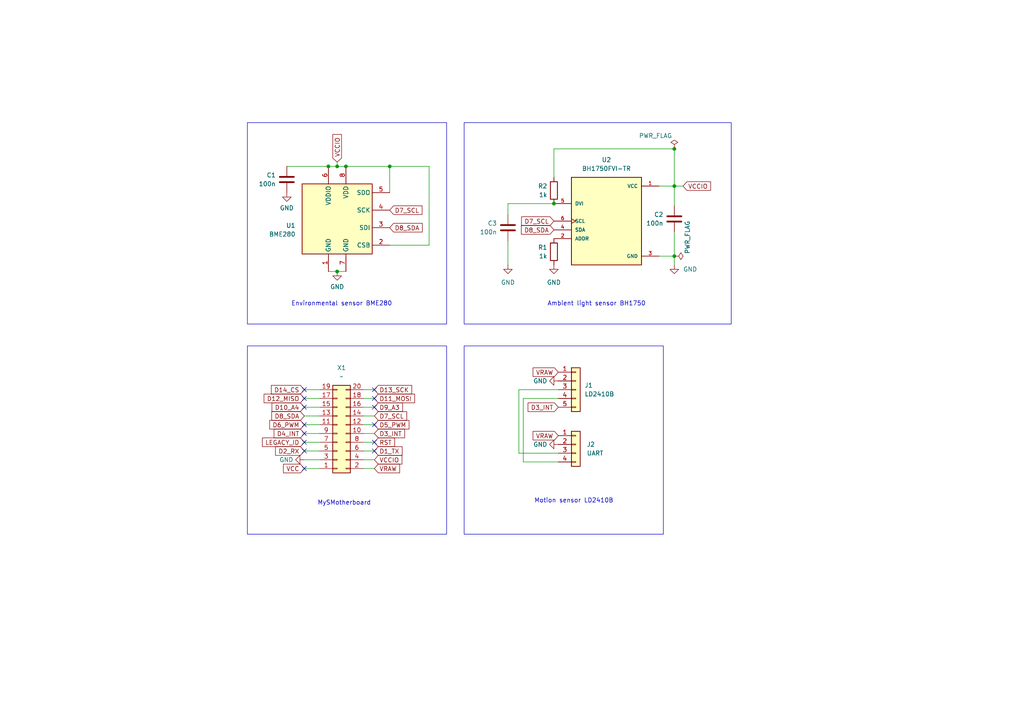
<source format=kicad_sch>
(kicad_sch (version 20230121) (generator eeschema)
  (paper "A4")
  (lib_symbols
    (symbol "Connector_Generic:Conn_01x04" (pin_names (offset 1.016) hide)
      (property "Reference" "J" (at 0 5.08 0))
      (property "Value" "Conn_01x04" (at 0 -7.62 0))
      (symbol "Conn_01x04_1_1"
        (rectangle (start -1.27 -4.953) (end 0 -5.207) (stroke (width 0.1524)))
        (rectangle (start -1.27 -2.413) (end 0 -2.667) (stroke (width 0.1524)))
        (rectangle (start -1.27 0.127) (end 0 -0.127) (stroke (width 0.1524)))
        (rectangle (start -1.27 2.667) (end 0 2.413) (stroke (width 0.1524)))
        (rectangle (start -1.27 3.81) (end 1.27 -6.35) (stroke (width 0.254)) (fill (type background)))
        (pin passive line (at -5.08 2.54 0) (length 3.81) (name "Pin_1") (number "1"))
        (pin passive line (at -5.08 0 0) (length 3.81) (name "Pin_2") (number "2"))
        (pin passive line (at -5.08 -2.54 0) (length 3.81) (name "Pin_3") (number "3"))
        (pin passive line (at -5.08 -5.08 0) (length 3.81) (name "Pin_4") (number "4"))
      )
    )
    (symbol "Connector_Generic:Conn_01x05" (pin_names (offset 1.016) hide)
      (property "Reference" "J" (at 0 7.62 0))
      (property "Value" "Conn_01x05" (at 0 -7.62 0))
      (symbol "Conn_01x05_1_1"
        (rectangle (start -1.27 -4.953) (end 0 -5.207) (stroke (width 0.1524)))
        (rectangle (start -1.27 -2.413) (end 0 -2.667) (stroke (width 0.1524)))
        (rectangle (start -1.27 0.127) (end 0 -0.127) (stroke (width 0.1524)))
        (rectangle (start -1.27 2.667) (end 0 2.413) (stroke (width 0.1524)))
        (rectangle (start -1.27 5.207) (end 0 4.953) (stroke (width 0.1524)))
        (rectangle (start -1.27 6.35) (end 1.27 -6.35) (stroke (width 0.254)) (fill (type background)))
        (pin passive line (at -5.08 5.08 0) (length 3.81) (name "Pin_1") (number "1"))
        (pin passive line (at -5.08 2.54 0) (length 3.81) (name "Pin_2") (number "2"))
        (pin passive line (at -5.08 0 0) (length 3.81) (name "Pin_3") (number "3"))
        (pin passive line (at -5.08 -2.54 0) (length 3.81) (name "Pin_4") (number "4"))
        (pin passive line (at -5.08 -5.08 0) (length 3.81) (name "Pin_5") (number "5"))
      )
    )
    (symbol "Connector_Generic:Conn_02x10_Odd_Even" (pin_names (offset 1.016) hide)
      (property "Reference" "J" (at 1.27 12.7 0))
      (property "Value" "Conn_02x10_Odd_Even" (at 1.27 -15.24 0))
      (symbol "Conn_02x10_Odd_Even_1_1"
        (rectangle (start -1.27 -12.573) (end 0 -12.827) (stroke (width 0.1524)))
        (rectangle (start -1.27 -10.033) (end 0 -10.287) (stroke (width 0.1524)))
        (rectangle (start -1.27 -7.493) (end 0 -7.747) (stroke (width 0.1524)))
        (rectangle (start -1.27 -4.953) (end 0 -5.207) (stroke (width 0.1524)))
        (rectangle (start -1.27 -2.413) (end 0 -2.667) (stroke (width 0.1524)))
        (rectangle (start -1.27 0.127) (end 0 -0.127) (stroke (width 0.1524)))
        (rectangle (start -1.27 2.667) (end 0 2.413) (stroke (width 0.1524)))
        (rectangle (start -1.27 5.207) (end 0 4.953) (stroke (width 0.1524)))
        (rectangle (start -1.27 7.747) (end 0 7.493) (stroke (width 0.1524)))
        (rectangle (start -1.27 10.287) (end 0 10.033) (stroke (width 0.1524)))
        (rectangle (start -1.27 11.43) (end 3.81 -13.97) (stroke (width 0.254)) (fill (type background)))
        (rectangle (start 3.81 -12.573) (end 2.54 -12.827) (stroke (width 0.1524)))
        (rectangle (start 3.81 -10.033) (end 2.54 -10.287) (stroke (width 0.1524)))
        (rectangle (start 3.81 -7.493) (end 2.54 -7.747) (stroke (width 0.1524)))
        (rectangle (start 3.81 -4.953) (end 2.54 -5.207) (stroke (width 0.1524)))
        (rectangle (start 3.81 -2.413) (end 2.54 -2.667) (stroke (width 0.1524)))
        (rectangle (start 3.81 0.127) (end 2.54 -0.127) (stroke (width 0.1524)))
        (rectangle (start 3.81 2.667) (end 2.54 2.413) (stroke (width 0.1524)))
        (rectangle (start 3.81 5.207) (end 2.54 4.953) (stroke (width 0.1524)))
        (rectangle (start 3.81 7.747) (end 2.54 7.493) (stroke (width 0.1524)))
        (rectangle (start 3.81 10.287) (end 2.54 10.033) (stroke (width 0.1524)))
        (pin passive line (at -5.08 10.16 0) (length 3.81) (name "Pin_1") (number "1"))
        (pin passive line (at 7.62 0 180) (length 3.81) (name "Pin_10") (number "10"))
        (pin passive line (at -5.08 -2.54 0) (length 3.81) (name "Pin_11") (number "11"))
        (pin passive line (at 7.62 -2.54 180) (length 3.81) (name "Pin_12") (number "12"))
        (pin passive line (at -5.08 -5.08 0) (length 3.81) (name "Pin_13") (number "13"))
        (pin passive line (at 7.62 -5.08 180) (length 3.81) (name "Pin_14") (number "14"))
        (pin passive line (at -5.08 -7.62 0) (length 3.81) (name "Pin_15") (number "15"))
        (pin passive line (at 7.62 -7.62 180) (length 3.81) (name "Pin_16") (number "16"))
        (pin passive line (at -5.08 -10.16 0) (length 3.81) (name "Pin_17") (number "17"))
        (pin passive line (at 7.62 -10.16 180) (length 3.81) (name "Pin_18") (number "18"))
        (pin passive line (at -5.08 -12.7 0) (length 3.81) (name "Pin_19") (number "19"))
        (pin passive line (at 7.62 10.16 180) (length 3.81) (name "Pin_2") (number "2"))
        (pin passive line (at 7.62 -12.7 180) (length 3.81) (name "Pin_20") (number "20"))
        (pin passive line (at -5.08 7.62 0) (length 3.81) (name "Pin_3") (number "3"))
        (pin passive line (at 7.62 7.62 180) (length 3.81) (name "Pin_4") (number "4"))
        (pin passive line (at -5.08 5.08 0) (length 3.81) (name "Pin_5") (number "5"))
        (pin passive line (at 7.62 5.08 180) (length 3.81) (name "Pin_6") (number "6"))
        (pin passive line (at -5.08 2.54 0) (length 3.81) (name "Pin_7") (number "7"))
        (pin passive line (at 7.62 2.54 180) (length 3.81) (name "Pin_8") (number "8"))
        (pin passive line (at -5.08 0 0) (length 3.81) (name "Pin_9") (number "9"))
      )
    )
    (symbol "Device:C" (pin_numbers hide) (pin_names (offset 0.254))
      (property "Reference" "C" (at 0.635 2.54 0))
      (property "Value" "C" (at 0.635 -2.54 0))
      (symbol "C_0_1"
        (polyline (pts (xy -2.032 -0.762) (xy 2.032 -0.762)) (stroke (width 0.508)))
        (polyline (pts (xy -2.032 0.762) (xy 2.032 0.762)) (stroke (width 0.508)))
      )
      (symbol "C_1_1"
        (pin passive line (at 0 3.81 270) (length 2.794) (name "~") (number "1"))
        (pin passive line (at 0 -3.81 90) (length 2.794) (name "~") (number "2"))
      )
    )
    (symbol "Device:R" (pin_numbers hide) (pin_names (offset 0))
      (property "Reference" "R" (at 2.032 0 90))
      (property "Value" "R" (at 0 0 90))
      (symbol "R_0_1"
        (rectangle (start -1.016 -2.54) (end 1.016 2.54) (stroke (width 0.254)))
      )
      (symbol "R_1_1"
        (pin passive line (at 0 3.81 270) (length 1.27) (name "~") (number "1"))
        (pin passive line (at 0 -3.81 90) (length 1.27) (name "~") (number "2"))
      )
    )
    (symbol "MySXSensors:BH1750FVI-TR" (pin_names (offset 1.016))
      (property "Reference" "U" (at -10.1737 13.462 0))
      (property "Value" "BH1750FVI-TR" (at -9.922 -15.24 0))
      (symbol "BH1750FVI-TR_0_0"
        (rectangle (start -10.16 12.7) (end 10.16 -12.7) (stroke (width 0.254)) (fill (type background)))
        (pin power_in line (at 15.24 10.16 180) (length 5.08) (name "VCC") (number "1"))
        (pin input line (at -15.24 -5.08 0) (length 5.08) (name "ADDR") (number "2"))
        (pin power_in line (at 15.24 -10.16 180) (length 5.08) (name "GND") (number "3"))
        (pin bidirectional line (at -15.24 -2.54 0) (length 5.08) (name "SDA") (number "4"))
        (pin input line (at -15.24 5.08 0) (length 5.08) (name "DVI") (number "5"))
        (pin input clock (at -15.24 0 0) (length 5.08) (name "SCL") (number "6"))
      )
    )
    (symbol "Sensor:BME280"
      (property "Reference" "U" (at -8.89 11.43 0))
      (property "Value" "BME280" (at 7.62 11.43 0))
      (symbol "BME280_0_1"
        (rectangle (start -10.16 10.16) (end 10.16 -10.16) (stroke (width 0.254)) (fill (type background)))
      )
      (symbol "BME280_1_1"
        (pin power_in line (at -2.54 -15.24 90) (length 5.08) (name "GND") (number "1"))
        (pin input line (at 15.24 -7.62 180) (length 5.08) (name "CSB") (number "2"))
        (pin bidirectional line (at 15.24 -2.54 180) (length 5.08) (name "SDI") (number "3"))
        (pin input line (at 15.24 2.54 180) (length 5.08) (name "SCK") (number "4"))
        (pin bidirectional line (at 15.24 7.62 180) (length 5.08) (name "SDO") (number "5"))
        (pin power_in line (at -2.54 15.24 270) (length 5.08) (name "VDDIO") (number "6"))
        (pin power_in line (at 2.54 -15.24 90) (length 5.08) (name "GND") (number "7"))
        (pin power_in line (at 2.54 15.24 270) (length 5.08) (name "VDD") (number "8"))
      )
    )
    (symbol "power:GND" (power) (pin_names (offset 0))
      (property "Value" "GND" (at 0 -3.81 0))
      (symbol "GND_0_1"
        (polyline (pts (xy 0 0) (xy 0 -1.27) (xy 1.27 -1.27) (xy 0 -2.54) (xy -1.27 -1.27) (xy 0 -1.27)))
      )
      (symbol "GND_1_1"
        (pin power_in line (at 0 0 270) (length 0) hide (name "GND") (number "1"))
      )
    )
    (symbol "power:PWR_FLAG" (power) (pin_numbers hide) (pin_names (offset 0) hide)
      (property "Value" "PWR_FLAG" (at 0 3.81 0))
      (symbol "PWR_FLAG_0_0"
        (pin power_out line (at 0 0 90) (length 0) (name "pwr") (number "1"))
      )
      (symbol "PWR_FLAG_0_1"
        (polyline (pts (xy 0 0) (xy 0 1.27) (xy -1.016 1.905) (xy 0 2.54) (xy 1.016 1.905) (xy 0 1.27)))
      )
    )
  )
  (junction (at 195.58 53.975))
  (junction (at 95.25 48.26))
  (junction (at 160.655 59.055))
  (junction (at 97.79 78.74))
  (junction (at 97.79 48.26))
  (junction (at 195.58 43.18))
  (junction (at 100.33 48.26))
  (junction (at 195.58 74.295))
  (junction (at 113.03 48.26))
  (no_connect (at 88.265 135.89))
  (no_connect (at 108.585 115.57))
  (no_connect (at 88.265 123.19))
  (no_connect (at 88.265 115.57))
  (no_connect (at 88.265 125.73))
  (no_connect (at 108.585 113.03))
  (no_connect (at 88.265 130.81))
  (no_connect (at 88.265 113.03))
  (no_connect (at 108.585 128.27))
  (no_connect (at 108.585 118.11))
  (no_connect (at 88.265 118.11))
  (no_connect (at 108.585 123.19))
  (no_connect (at 88.265 128.27))
  (no_connect (at 108.585 130.81))
  (wire (pts (xy 195.58 43.18) (xy 160.655 43.18)))
  (wire (pts (xy 113.03 48.26) (xy 100.33 48.26)))
  (wire (pts (xy 195.58 53.975) (xy 195.58 59.69)))
  (wire (pts (xy 195.58 74.295) (xy 191.135 74.295)))
  (wire (pts (xy 105.41 130.81) (xy 108.585 130.81)) (stroke (width 0.1524)))
  (wire (pts (xy 105.41 128.27) (xy 108.585 128.27)) (stroke (width 0.1524)))
  (wire (pts (xy 160.655 43.18) (xy 160.655 51.435)))
  (wire (pts (xy 113.03 48.26) (xy 113.03 55.88)))
  (wire (pts (xy 92.71 133.35) (xy 88.265 133.35)) (stroke (width 0.1524)))
  (wire (pts (xy 92.71 125.73) (xy 88.265 125.73)) (stroke (width 0.1524)))
  (wire (pts (xy 105.41 123.19) (xy 108.585 123.19)) (stroke (width 0.1524)))
  (wire (pts (xy 92.71 120.65) (xy 88.265 120.65)) (stroke (width 0.1524)))
  (wire (pts (xy 92.71 135.89) (xy 88.265 135.89)) (stroke (width 0.1524)))
  (wire (pts (xy 92.71 130.81) (xy 88.265 130.81)) (stroke (width 0.1524)))
  (wire (pts (xy 92.71 123.19) (xy 88.265 123.19)) (stroke (width 0.1524)))
  (wire (pts (xy 147.32 59.055) (xy 147.32 62.23)))
  (wire (pts (xy 105.41 125.73) (xy 108.585 125.73)) (stroke (width 0.1524)))
  (wire (pts (xy 160.655 59.055) (xy 147.32 59.055)))
  (wire (pts (xy 113.03 71.12) (xy 124.46 71.12)))
  (wire (pts (xy 151.765 133.985) (xy 161.925 133.985)))
  (wire (pts (xy 195.58 53.975) (xy 195.58 43.18)))
  (wire (pts (xy 105.41 133.35) (xy 108.585 133.35)) (stroke (width 0.1524)))
  (wire (pts (xy 124.46 71.12) (xy 124.46 48.26)))
  (wire (pts (xy 83.185 48.26) (xy 95.25 48.26)))
  (wire (pts (xy 92.71 118.11) (xy 88.265 118.11)) (stroke (width 0.1524)))
  (wire (pts (xy 147.32 76.835) (xy 147.32 69.85)))
  (wire (pts (xy 97.79 78.74) (xy 100.33 78.74)))
  (wire (pts (xy 161.925 113.03) (xy 150.495 113.03)))
  (wire (pts (xy 97.79 48.26) (xy 100.33 48.26)))
  (wire (pts (xy 105.41 135.89) (xy 108.585 135.89)) (stroke (width 0.1524)))
  (wire (pts (xy 92.71 113.03) (xy 88.265 113.03)) (stroke (width 0.1524)))
  (wire (pts (xy 95.25 78.74) (xy 97.79 78.74)))
  (wire (pts (xy 150.495 113.03) (xy 150.495 131.445)))
  (wire (pts (xy 195.58 67.31) (xy 195.58 74.295)))
  (wire (pts (xy 195.58 76.835) (xy 195.58 74.295)))
  (wire (pts (xy 195.58 53.975) (xy 191.135 53.975)))
  (wire (pts (xy 151.765 115.57) (xy 151.765 133.985)))
  (wire (pts (xy 92.71 128.27) (xy 88.265 128.27)) (stroke (width 0.1524)))
  (wire (pts (xy 198.12 53.975) (xy 195.58 53.975)))
  (wire (pts (xy 95.25 48.26) (xy 97.79 48.26)))
  (wire (pts (xy 105.41 118.11) (xy 108.585 118.11)) (stroke (width 0.1524)))
  (wire (pts (xy 105.41 120.65) (xy 108.585 120.65)) (stroke (width 0.1524)))
  (wire (pts (xy 161.925 115.57) (xy 151.765 115.57)))
  (wire (pts (xy 105.41 113.03) (xy 108.585 113.03)) (stroke (width 0.1524)))
  (wire (pts (xy 97.79 46.99) (xy 97.79 48.26)))
  (wire (pts (xy 105.41 115.57) (xy 108.585 115.57)) (stroke (width 0.1524)))
  (wire (pts (xy 150.495 131.445) (xy 161.925 131.445)))
  (wire (pts (xy 92.71 115.57) (xy 88.265 115.57)) (stroke (width 0.1524)))
  (wire (pts (xy 124.46 48.26) (xy 113.03 48.26)))
  (rectangle (start 134.62 100.33) (end 192.405 154.94))
  (rectangle (start 71.755 100.33) (end 129.54 154.94))
  (rectangle (start 134.62 35.56) (end 212.09 93.98))
  (rectangle (start 71.755 35.56) (end 129.54 93.98))
  (text "Environmental sensor BME280" (at 84.455 88.9 0) (effects (font (size 1.27 1.27)) (justify left bottom)))
  (text "Motion sensor LD2410B" (at 154.94 146.05 0) (effects (font (size 1.27 1.27)) (justify left bottom)))
  (text "MySMotherboard" (at 92.075 146.685 0) (effects (font (size 1.27 1.27)) (justify left bottom)))
  (text "Ambient light sensor BH1750" (at 158.75 88.9 0) (effects (font (size 1.27 1.27)) (justify left bottom)))
  (global_label "LEGACY_ID" (shape input) (at 88.265 128.27 180) (property "Intersheetrefs" "${INTERSHEET_REFS}" (effects hide)))
  (global_label "VRAW" (shape input) (at 161.925 126.365 180) (property "Intersheetrefs" "${INTERSHEET_REFS}" (effects hide)))
  (global_label "VRAW" (shape input) (at 161.925 107.95 180) (property "Intersheetrefs" "${INTERSHEET_REFS}" (effects hide)))
  (global_label "D2_RX" (shape input) (at 88.265 130.81 180) (property "Intersheetrefs" "${INTERSHEET_REFS}" (effects hide)))
  (global_label "D7_SCL" (shape input) (at 113.03 60.96 0) (property "Intersheetrefs" "${INTERSHEET_REFS}" (effects hide)))
  (global_label "VRAW" (shape input) (at 108.585 135.89 0) (property "Intersheetrefs" "${INTERSHEET_REFS}" (effects hide)))
  (global_label "D12_MISO" (shape input) (at 88.265 115.57 180) (property "Intersheetrefs" "${INTERSHEET_REFS}" (effects hide)))
  (global_label "D9_A3" (shape input) (at 108.585 118.11 0) (property "Intersheetrefs" "${INTERSHEET_REFS}" (effects hide)))
  (global_label "VCC" (shape input) (at 88.265 135.89 180) (property "Intersheetrefs" "${INTERSHEET_REFS}" (effects hide)))
  (global_label "D8_SDA" (shape input) (at 88.265 120.65 180) (property "Intersheetrefs" "${INTERSHEET_REFS}" (effects hide)))
  (global_label "VCCIO" (shape input) (at 198.12 53.975 0) (property "Intersheetrefs" "${INTERSHEET_REFS}" (effects hide)))
  (global_label "D3_INT" (shape input) (at 108.585 125.73 0) (property "Intersheetrefs" "${INTERSHEET_REFS}" (effects hide)))
  (global_label "VCCIO" (shape input) (at 97.79 46.99 90) (property "Intersheetrefs" "${INTERSHEET_REFS}" (effects hide)))
  (global_label "D14_CS" (shape input) (at 88.265 113.03 180) (property "Intersheetrefs" "${INTERSHEET_REFS}" (effects hide)))
  (global_label "D4_INT" (shape input) (at 88.265 125.73 180) (property "Intersheetrefs" "${INTERSHEET_REFS}" (effects hide)))
  (global_label "D7_SCL" (shape input) (at 160.655 64.135 180) (property "Intersheetrefs" "${INTERSHEET_REFS}" (effects hide)))
  (global_label "RST" (shape input) (at 108.585 128.27 0) (property "Intersheetrefs" "${INTERSHEET_REFS}" (effects hide)))
  (global_label "D8_SDA" (shape input) (at 113.03 66.04 0) (property "Intersheetrefs" "${INTERSHEET_REFS}" (effects hide)))
  (global_label "VCCIO" (shape input) (at 108.585 133.35 0) (property "Intersheetrefs" "${INTERSHEET_REFS}" (effects hide)))
  (global_label "D13_SCK" (shape input) (at 108.585 113.03 0) (property "Intersheetrefs" "${INTERSHEET_REFS}" (effects hide)))
  (global_label "D5_PWM" (shape input) (at 108.585 123.19 0) (property "Intersheetrefs" "${INTERSHEET_REFS}" (effects hide)))
  (global_label "D10_A4" (shape input) (at 88.265 118.11 180) (property "Intersheetrefs" "${INTERSHEET_REFS}" (effects hide)))
  (global_label "D8_SDA" (shape input) (at 160.655 66.675 180) (property "Intersheetrefs" "${INTERSHEET_REFS}" (effects hide)))
  (global_label "D6_PWM" (shape input) (at 88.265 123.19 180) (property "Intersheetrefs" "${INTERSHEET_REFS}" (effects hide)))
  (global_label "D1_TX" (shape input) (at 108.585 130.81 0) (property "Intersheetrefs" "${INTERSHEET_REFS}" (effects hide)))
  (global_label "D11_MOSI" (shape input) (at 108.585 115.57 0) (property "Intersheetrefs" "${INTERSHEET_REFS}" (effects hide)))
  (global_label "D7_SCL" (shape input) (at 108.585 120.65 0) (property "Intersheetrefs" "${INTERSHEET_REFS}" (effects hide)))
  (global_label "D3_INT" (shape input) (at 161.925 118.11 180) (property "Intersheetrefs" "${INTERSHEET_REFS}" (effects hide)))
  (symbol (lib_id "power:GND") (at 161.925 128.905 270) (unit 1)
    (property "Reference" "#PWR08" (effects hide))
    (property "Value" "GND" (at 158.75 128.905 90) (effects (justify right)))
  )
  (symbol (lib_id "Connector_Generic:Conn_01x04") (at 167.005 128.905 0) (unit 1)
    (property "Reference" "J2" (at 170.18 128.905 0) (effects (justify left)))
    (property "Value" "UART" (at 170.18 131.445 0) (effects (justify left)))
    (property "Footprint" "Connector_PinHeader_2.54mm:PinHeader_1x04_P2.54mm_Horizontal" (effects hide))
  )
  (symbol (lib_id "power:PWR_FLAG") (at 195.58 43.18 0) (mirror y) (unit 1)
    (property "Reference" "#FLG01" (effects hide))
    (property "Value" "PWR_FLAG" (at 194.945 39.37 0) (effects (justify left)))
  )
  (symbol (lib_id "Device:C") (at 147.32 66.04 0) (mirror y) (unit 1)
    (property "Reference" "C3" (at 144.145 64.77 0) (effects (justify left)))
    (property "Value" "100n" (at 144.145 67.31 0) (effects (justify left)))
    (property "Footprint" "Capacitor_SMD:C_0402_1005Metric_Pad0.74x0.62mm_HandSolder" (effects hide))
  )
  (symbol (lib_id "Device:R") (at 160.655 55.245 180) (unit 1)
    (property "Reference" "R2" (at 158.75 53.975 0) (effects (justify left)))
    (property "Value" "1k" (at 158.75 56.515 0) (effects (justify left)))
    (property "Footprint" "Resistor_SMD:R_0603_1608Metric" (effects hide))
  )
  (symbol (lib_id "power:GND") (at 195.58 76.835 0) (unit 1)
    (property "Reference" "#PWR03" (effects hide))
    (property "Value" "GND" (at 198.12 78.105 0) (effects (justify left)))
  )
  (symbol (lib_id "Device:R") (at 160.655 73.025 180) (unit 1)
    (property "Reference" "R1" (at 158.75 71.755 0) (effects (justify left)))
    (property "Value" "1k" (at 158.75 74.295 0) (effects (justify left)))
    (property "Footprint" "Resistor_SMD:R_0603_1608Metric" (effects hide))
  )
  (symbol (lib_id "power:GND") (at 160.655 76.835 0) (unit 1)
    (property "Reference" "#PWR05" (effects hide))
    (property "Value" "GND" (at 160.655 81.915 0))
  )
  (symbol (lib_id "Sensor:BME280") (at 97.79 63.5 0) (unit 1)
    (property "Reference" "U1" (at 85.725 65.405 0) (effects (justify right)))
    (property "Value" "BME280" (at 85.725 67.945 0) (effects (justify right)))
    (property "Footprint" "Package_LGA:Bosch_LGA-8_2.5x2.5mm_P0.65mm_ClockwisePinNumbering" (effects hide))
    (property "Datasheet" "https://www.bosch-sensortec.com/media/boschsensortec/downloads/datasheets/bst-bme280-ds002.pdf" (effects hide))
  )
  (symbol (lib_id "Device:C") (at 83.185 52.07 0) (mirror y) (unit 1)
    (property "Reference" "C1" (at 80.01 50.8 0) (effects (justify left)))
    (property "Value" "100n" (at 80.01 53.34 0) (effects (justify left)))
    (property "Footprint" "Capacitor_SMD:C_0402_1005Metric_Pad0.74x0.62mm_HandSolder" (effects hide))
  )
  (symbol (lib_id "power:GND") (at 97.79 78.74 0) (unit 1)
    (property "Reference" "#PWR02" (effects hide))
    (property "Value" "GND" (at 97.79 83.185 0))
  )
  (symbol (lib_id "MySXSensors:BH1750FVI-TR") (at 175.895 64.135 0) (unit 1)
    (property "Reference" "U2" (at 175.895 46.355 0))
    (property "Value" "BH1750FVI-TR" (at 175.895 48.895 0))
    (property "Footprint" "MySXSenors:XDCR_BH1750FVI-TR" (effects hide))
  )
  (symbol (lib_id "power:GND") (at 161.925 110.49 270) (unit 1)
    (property "Reference" "#PWR07" (effects hide))
    (property "Value" "GND" (at 158.75 110.49 90) (effects (justify right)))
  )
  (symbol (lib_id "power:GND") (at 83.185 55.88 0) (unit 1)
    (property "Reference" "#PWR04" (effects hide))
    (property "Value" "GND" (at 83.185 60.325 0))
  )
  (symbol (lib_id "power:GND") (at 88.265 133.35 270) (unit 1)
    (property "Reference" "#PWR01" (effects hide))
    (property "Value" "GND" (at 85.09 133.35 90) (effects (justify right)))
  )
  (symbol (lib_id "Connector_Generic:Conn_01x05") (at 167.005 113.03 0) (unit 1)
    (property "Reference" "J1" (at 169.545 111.76 0) (effects (justify left)))
    (property "Value" "LD2410B" (at 169.545 114.3 0) (effects (justify left)))
    (property "Footprint" "Connector_PinHeader_1.27mm:PinHeader_1x05_P1.27mm_Vertical" (effects hide))
  )
  (symbol (lib_id "power:PWR_FLAG") (at 195.58 74.295 270) (mirror x) (unit 1)
    (property "Reference" "#FLG02" (effects hide))
    (property "Value" "PWR_FLAG" (at 199.39 73.66 0) (effects (justify left)))
  )
  (symbol (lib_id "power:GND") (at 147.32 76.835 0) (unit 1)
    (property "Reference" "#PWR06" (effects hide))
    (property "Value" "GND" (at 147.32 81.915 0))
  )
  (symbol (lib_id "Device:C") (at 195.58 63.5 0) (mirror y) (unit 1)
    (property "Reference" "C2" (at 192.405 62.23 0) (effects (justify left)))
    (property "Value" "100n" (at 192.405 64.77 0) (effects (justify left)))
    (property "Footprint" "Capacitor_SMD:C_0402_1005Metric_Pad0.74x0.62mm_HandSolder" (effects hide))
  )
  (symbol (lib_id "Connector_Generic:Conn_02x10_Odd_Even") (at 97.79 125.73 0) (mirror x) (unit 1)
    (property "Reference" "X1" (at 99.06 106.68 0))
    (property "Value" "~" (at 99.06 109.22 0))
    (property "Footprint" "MySXSenors:FE10-2" (effects hide))
  )
)
</source>
